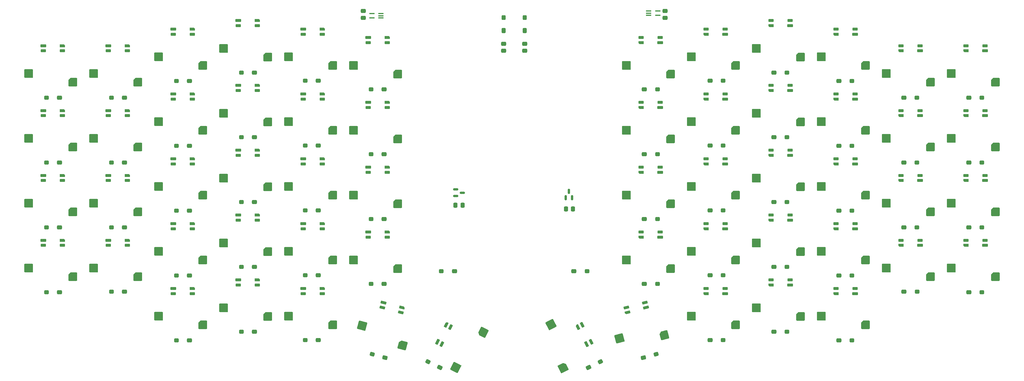
<source format=gtp>
%TF.GenerationSoftware,KiCad,Pcbnew,7.0.10*%
%TF.CreationDate,2024-03-01T16:33:51-05:00*%
%TF.ProjectId,Sofle_Pico_Panel,536f666c-655f-4506-9963-6f5f50616e65,v3.5.4*%
%TF.SameCoordinates,Original*%
%TF.FileFunction,Paste,Top*%
%TF.FilePolarity,Positive*%
%FSLAX46Y46*%
G04 Gerber Fmt 4.6, Leading zero omitted, Abs format (unit mm)*
G04 Created by KiCad (PCBNEW 7.0.10) date 2024-03-01 16:33:51*
%MOMM*%
%LPD*%
G01*
G04 APERTURE LIST*
G04 Aperture macros list*
%AMRoundRect*
0 Rectangle with rounded corners*
0 $1 Rounding radius*
0 $2 $3 $4 $5 $6 $7 $8 $9 X,Y pos of 4 corners*
0 Add a 4 corners polygon primitive as box body*
4,1,4,$2,$3,$4,$5,$6,$7,$8,$9,$2,$3,0*
0 Add four circle primitives for the rounded corners*
1,1,$1+$1,$2,$3*
1,1,$1+$1,$4,$5*
1,1,$1+$1,$6,$7*
1,1,$1+$1,$8,$9*
0 Add four rect primitives between the rounded corners*
20,1,$1+$1,$2,$3,$4,$5,0*
20,1,$1+$1,$4,$5,$6,$7,0*
20,1,$1+$1,$6,$7,$8,$9,0*
20,1,$1+$1,$8,$9,$2,$3,0*%
%AMFreePoly0*
4,1,18,-1.250000,1.010000,-1.230970,1.105671,-1.176777,1.186777,-1.095671,1.240970,-1.000000,1.260000,1.000000,1.260000,1.095671,1.240970,1.176777,1.186777,1.230970,1.105671,1.250000,1.010000,1.250000,-0.635000,0.625000,-1.260000,-1.000000,-1.260000,-1.095671,-1.240970,-1.176777,-1.186777,-1.230970,-1.105671,-1.250000,-1.010000,-1.250000,1.010000,-1.250000,1.010000,$1*%
%AMFreePoly1*
4,1,17,-1.275000,1.265000,1.022000,1.265000,1.118819,1.245742,1.200898,1.190898,1.255742,1.108819,1.275000,1.012000,1.275000,-1.012000,1.255742,-1.108819,1.200898,-1.190898,1.118819,-1.245742,1.022000,-1.265000,-1.022000,-1.265000,-1.118819,-1.245742,-1.200898,-1.190898,-1.255742,-1.108819,-1.275000,-1.012000,-1.275000,1.265000,-1.275000,1.265000,$1*%
%AMFreePoly2*
4,1,18,-0.800000,0.287000,-0.790637,0.334070,-0.763974,0.373974,-0.724070,0.400637,-0.677000,0.410000,0.677000,0.410000,0.724070,0.400637,0.763974,0.373974,0.790637,0.334070,0.800000,0.287000,0.800000,-0.287000,0.790637,-0.334070,0.763974,-0.373974,0.724070,-0.400637,0.677000,-0.410000,-0.472000,-0.410000,-0.800000,-0.082000,-0.800000,0.287000,-0.800000,0.287000,$1*%
%AMFreePoly3*
4,1,17,-1.275000,1.008000,-1.255818,1.104436,-1.201191,1.186191,-1.119436,1.240818,-1.023000,1.260000,1.023000,1.260000,1.119436,1.240818,1.201191,1.186191,1.255818,1.104436,1.275000,1.008000,1.275000,-1.260000,-1.023000,-1.260000,-1.119436,-1.240818,-1.201191,-1.186191,-1.255818,-1.104436,-1.275000,-1.008000,-1.275000,1.008000,-1.275000,1.008000,$1*%
%AMFreePoly4*
4,1,18,-1.275000,0.630000,-0.645000,1.260000,1.023000,1.260000,1.119436,1.240818,1.201191,1.186191,1.255818,1.104436,1.275000,1.008000,1.275000,-1.008000,1.255818,-1.104436,1.201191,-1.186191,1.119436,-1.240818,1.023000,-1.260000,-1.023000,-1.260000,-1.119436,-1.240818,-1.201191,-1.186191,-1.255818,-1.104436,-1.275000,-1.008000,-1.275000,0.630000,-1.275000,0.630000,$1*%
G04 Aperture macros list end*
%ADD10RoundRect,0.300000X-0.450000X-0.300000X0.450000X-0.300000X0.450000X0.300000X-0.450000X0.300000X0*%
%ADD11RoundRect,0.300000X-0.400000X-0.300000X0.400000X-0.300000X0.400000X0.300000X-0.400000X0.300000X0*%
%ADD12RoundRect,0.300000X-0.264756X-0.471598X0.537150X-0.063006X0.264756X0.471598X-0.537150X0.063006X0*%
%ADD13RoundRect,0.300000X-0.220205X-0.448898X0.492600X-0.085706X0.220205X0.448898X-0.492600X0.085706X0*%
%ADD14FreePoly0,180.000000*%
%ADD15FreePoly1,180.000000*%
%ADD16FreePoly0,117.000000*%
%ADD17FreePoly1,117.000000*%
%ADD18FreePoly0,195.000000*%
%ADD19FreePoly1,195.000000*%
%ADD20RoundRect,0.300000X-0.357021X-0.406246X0.512312X-0.173309X0.357021X0.406246X-0.512312X0.173309X0*%
%ADD21RoundRect,0.300000X-0.308725X-0.393305X0.464016X-0.186250X0.308725X0.393305X-0.464016X0.186250X0*%
%ADD22FreePoly2,180.000000*%
%ADD23RoundRect,0.123000X-0.677000X-0.287000X0.677000X-0.287000X0.677000X0.287000X-0.677000X0.287000X0*%
%ADD24RoundRect,0.123000X0.677000X0.287000X-0.677000X0.287000X-0.677000X-0.287000X0.677000X-0.287000X0*%
%ADD25RoundRect,0.123000X0.727000X0.287000X-0.727000X0.287000X-0.727000X-0.287000X0.727000X-0.287000X0*%
%ADD26FreePoly2,0.000000*%
%ADD27RoundRect,0.123000X-0.727000X-0.287000X0.727000X-0.287000X0.727000X0.287000X-0.727000X0.287000X0*%
%ADD28RoundRect,0.300000X0.450000X0.300000X-0.450000X0.300000X-0.450000X-0.300000X0.450000X-0.300000X0*%
%ADD29RoundRect,0.300000X0.400000X0.300000X-0.400000X0.300000X-0.400000X-0.300000X0.400000X-0.300000X0*%
%ADD30FreePoly2,15.000000*%
%ADD31RoundRect,0.123000X0.579651X0.452441X-0.728213X0.102000X-0.579651X-0.452441X0.728213X-0.102000X0*%
%ADD32RoundRect,0.123000X-0.579651X-0.452441X0.728213X-0.102000X0.579651X0.452441X-0.728213X0.102000X0*%
%ADD33RoundRect,0.123000X-0.627947X-0.465382X0.776509X-0.089059X0.627947X0.465382X-0.776509X0.089059X0*%
%ADD34FreePoly2,297.000000*%
%ADD35RoundRect,0.123000X0.563070X-0.472916X-0.051633X0.733507X-0.563070X0.472916X0.051633X-0.733507X0*%
%ADD36RoundRect,0.123000X-0.563070X0.472916X0.051633X-0.733507X0.563070X-0.472916X-0.051633X0.733507X0*%
%ADD37RoundRect,0.123000X-0.585770X0.517466X0.074332X-0.778057X0.585770X-0.517466X-0.074332X0.778057X0*%
%ADD38RoundRect,0.300000X0.300000X-0.450000X0.300000X0.450000X-0.300000X0.450000X-0.300000X-0.450000X0*%
%ADD39RoundRect,0.300000X0.300000X-0.400000X0.300000X0.400000X-0.300000X0.400000X-0.300000X-0.400000X0*%
%ADD40RoundRect,0.250000X-0.475000X0.337500X-0.475000X-0.337500X0.475000X-0.337500X0.475000X0.337500X0*%
%ADD41R,1.500000X0.400000*%
%ADD42FreePoly2,165.000000*%
%ADD43RoundRect,0.123000X-0.728213X-0.102000X0.579651X-0.452441X0.728213X0.102000X-0.579651X0.452441X0*%
%ADD44RoundRect,0.123000X0.728213X0.102000X-0.579651X0.452441X-0.728213X-0.102000X0.579651X-0.452441X0*%
%ADD45RoundRect,0.123000X0.776509X0.089059X-0.627947X0.465382X-0.776509X-0.089059X0.627947X-0.465382X0*%
%ADD46FreePoly2,243.000000*%
%ADD47RoundRect,0.123000X-0.051633X-0.733507X0.563070X0.472916X0.051633X0.733507X-0.563070X-0.472916X0*%
%ADD48RoundRect,0.123000X0.051633X0.733507X-0.563070X-0.472916X-0.051633X-0.733507X0.563070X0.472916X0*%
%ADD49RoundRect,0.123000X0.074332X0.778057X-0.585770X-0.517466X-0.074332X-0.778057X0.585770X0.517466X0*%
%ADD50RoundRect,0.250000X0.337500X0.475000X-0.337500X0.475000X-0.337500X-0.475000X0.337500X-0.475000X0*%
%ADD51RoundRect,0.250000X0.475000X-0.337500X0.475000X0.337500X-0.475000X0.337500X-0.475000X-0.337500X0*%
%ADD52RoundRect,0.300000X0.537150X0.063006X-0.264756X0.471598X-0.537150X-0.063006X0.264756X-0.471598X0*%
%ADD53RoundRect,0.300000X0.492600X0.085706X-0.220205X0.448898X-0.492600X-0.085706X0.220205X-0.448898X0*%
%ADD54RoundRect,0.150000X0.150000X-0.587500X0.150000X0.587500X-0.150000X0.587500X-0.150000X-0.587500X0*%
%ADD55RoundRect,0.150000X-0.587500X-0.150000X0.587500X-0.150000X0.587500X0.150000X-0.587500X0.150000X0*%
%ADD56RoundRect,0.300000X0.512312X0.173309X-0.357021X0.406246X-0.512312X-0.173309X0.357021X-0.406246X0*%
%ADD57RoundRect,0.300000X0.464016X0.186250X-0.308725X0.393305X-0.464016X-0.186250X0.308725X-0.393305X0*%
%ADD58RoundRect,0.250000X-0.337500X-0.475000X0.337500X-0.475000X0.337500X0.475000X-0.337500X0.475000X0*%
%ADD59FreePoly3,-0.000000*%
%ADD60FreePoly4,-0.000000*%
%ADD61FreePoly3,63.000000*%
%ADD62FreePoly4,63.000000*%
%ADD63FreePoly3,345.000000*%
%ADD64FreePoly4,345.000000*%
G04 APERTURE END LIST*
D10*
X157647500Y-73538135D03*
D11*
X161497500Y-73538135D03*
D10*
X176920000Y-70996885D03*
D11*
X180770000Y-70996885D03*
D10*
X195625500Y-68620135D03*
D11*
X199475500Y-68620135D03*
D10*
X214675500Y-71085135D03*
D11*
X218525500Y-71085135D03*
D10*
X233725500Y-75985135D03*
D11*
X237575500Y-75985135D03*
D10*
X252775500Y-75985135D03*
D11*
X256625500Y-75985135D03*
D10*
X157647500Y-111638135D03*
D11*
X161497500Y-111638135D03*
D10*
X157647500Y-130688135D03*
D11*
X161497500Y-130688135D03*
D10*
X136997500Y-127015135D03*
D11*
X140847500Y-127015135D03*
D12*
X141310037Y-155310416D03*
D13*
X144740412Y-153562553D03*
D14*
X165339500Y-69045135D03*
D15*
X152412500Y-66530135D03*
D14*
X203439500Y-64045135D03*
D15*
X190512500Y-61530135D03*
D14*
X165339500Y-107145135D03*
D15*
X152412500Y-104630135D03*
D14*
X184389500Y-104645135D03*
D15*
X171462500Y-102130135D03*
D14*
X203439500Y-121195135D03*
D15*
X190512500Y-118680135D03*
D14*
X241539500Y-128595135D03*
D15*
X228612500Y-126080135D03*
D16*
X133878055Y-155322936D03*
D17*
X130250202Y-142663109D03*
D18*
X163502651Y-145760358D03*
D19*
X150365198Y-146676808D03*
D14*
X260589500Y-90495135D03*
D15*
X247662500Y-87980135D03*
D14*
X260589500Y-109545135D03*
D15*
X247662500Y-107030135D03*
D14*
X260589500Y-128595135D03*
D15*
X247662500Y-126080135D03*
D14*
X222489500Y-66545135D03*
D15*
X209562500Y-64030135D03*
D10*
X157647500Y-92638135D03*
D11*
X161497500Y-92638135D03*
D10*
X176920000Y-90046885D03*
D11*
X180770000Y-90046885D03*
D10*
X195625500Y-87635135D03*
D11*
X199475500Y-87635135D03*
D10*
X214675500Y-90135135D03*
D11*
X218525500Y-90135135D03*
D10*
X233725500Y-95035135D03*
D11*
X237575500Y-95035135D03*
D10*
X252775500Y-95035135D03*
D11*
X256625500Y-95035135D03*
D14*
X241539500Y-71445135D03*
D15*
X228612500Y-68930135D03*
D14*
X184389500Y-85595135D03*
D15*
X171462500Y-83080135D03*
D14*
X222489500Y-85595135D03*
D15*
X209562500Y-83080135D03*
D14*
X203439500Y-83095135D03*
D15*
X190512500Y-80580135D03*
D14*
X222489500Y-104645135D03*
D15*
X209562500Y-102130135D03*
D14*
X260589500Y-71445135D03*
D15*
X247662500Y-68930135D03*
D14*
X222489500Y-142745135D03*
D15*
X209562500Y-140230135D03*
D14*
X241539500Y-90495135D03*
D15*
X228612500Y-87980135D03*
D14*
X222489500Y-123695135D03*
D15*
X209562500Y-121180135D03*
D14*
X241539500Y-109545135D03*
D15*
X228612500Y-107030135D03*
D14*
X203439500Y-140245135D03*
D15*
X190512500Y-137730135D03*
D14*
X203439500Y-102145135D03*
D15*
X190512500Y-99630135D03*
D14*
X184389500Y-66545135D03*
D15*
X171462500Y-64030135D03*
D20*
X157366445Y-152379697D03*
D21*
X161085259Y-151383244D03*
D14*
X184389500Y-123695135D03*
D15*
X171462500Y-121180135D03*
D10*
X195625500Y-106685135D03*
D11*
X199475500Y-106685135D03*
D10*
X233725500Y-114085135D03*
D11*
X237575500Y-114085135D03*
D10*
X252775500Y-114085135D03*
D11*
X256625500Y-114085135D03*
D10*
X176920000Y-147196885D03*
D11*
X180770000Y-147196885D03*
D10*
X195625500Y-144785135D03*
D11*
X199475500Y-144785135D03*
D10*
X252775500Y-133135135D03*
D11*
X256625500Y-133135135D03*
D10*
X176920000Y-128146885D03*
D11*
X180770000Y-128146885D03*
D10*
X195625500Y-125735135D03*
D11*
X199475500Y-125735135D03*
D10*
X214675500Y-128235135D03*
D11*
X218525500Y-128235135D03*
D10*
X233758000Y-133020135D03*
D11*
X237608000Y-133020135D03*
D10*
X176920000Y-109096885D03*
D11*
X180770000Y-109096885D03*
D10*
X214675500Y-147285135D03*
D11*
X218525500Y-147285135D03*
D14*
X184389500Y-142745135D03*
D15*
X171462500Y-140230135D03*
D22*
X-12932506Y-117905135D03*
D23*
X-12932506Y-119405135D03*
D24*
X-18532506Y-119405135D03*
D25*
X-18532506Y-117905135D03*
D26*
X175732506Y-57355135D03*
D24*
X175732506Y-55855135D03*
D23*
X181332506Y-55855135D03*
D27*
X181332506Y-57355135D03*
D28*
X-13775500Y-95035135D03*
D29*
X-17625500Y-95035135D03*
D30*
X152762090Y-139124095D03*
D31*
X152373861Y-137675206D03*
D32*
X157783046Y-136225819D03*
D33*
X158171275Y-137674708D03*
D26*
X232882506Y-100355135D03*
D24*
X232882506Y-98855135D03*
D23*
X238482506Y-98855135D03*
D27*
X238482506Y-100355135D03*
D34*
X138136213Y-143437326D03*
D35*
X139472722Y-142756340D03*
D36*
X142015069Y-147745976D03*
D37*
X140678560Y-148426962D03*
D38*
X116415000Y-56300135D03*
D39*
X116415000Y-52450135D03*
D14*
X165339500Y-126195135D03*
D15*
X152412500Y-123680135D03*
D22*
X44217494Y-72405135D03*
D23*
X44217494Y-73905135D03*
D24*
X38617494Y-73905135D03*
D25*
X38617494Y-72405135D03*
D22*
X44217494Y-53355135D03*
D23*
X44217494Y-54855135D03*
D24*
X38617494Y-54855135D03*
D25*
X38617494Y-53355135D03*
D22*
X-12932506Y-60755135D03*
D23*
X-12932506Y-62255135D03*
D24*
X-18532506Y-62255135D03*
D25*
X-18532506Y-60755135D03*
D28*
X24324500Y-109185135D03*
D29*
X20474500Y-109185135D03*
D26*
X232882506Y-81305135D03*
D24*
X232882506Y-79805135D03*
D23*
X238482506Y-79805135D03*
D27*
X238482506Y-81305135D03*
D40*
X116427500Y-60175135D03*
X116427500Y-62250135D03*
D28*
X43374500Y-125735135D03*
D29*
X39524500Y-125735135D03*
D26*
X232882506Y-62255135D03*
D24*
X232882506Y-60755135D03*
D23*
X238482506Y-60755135D03*
D27*
X238482506Y-62255135D03*
D26*
X232882506Y-119405135D03*
D24*
X232882506Y-117905135D03*
D23*
X238482506Y-117905135D03*
D27*
X238482506Y-119405135D03*
D22*
X25167494Y-132055135D03*
D23*
X25167494Y-133555135D03*
D24*
X19567494Y-133555135D03*
D25*
X19567494Y-132055135D03*
D38*
X122585000Y-56300135D03*
D39*
X122585000Y-52450135D03*
D28*
X62080001Y-70996885D03*
D29*
X58230001Y-70996885D03*
D26*
X175732506Y-76405135D03*
D24*
X175732506Y-74905135D03*
D23*
X181332506Y-74905135D03*
D27*
X181332506Y-76405135D03*
D28*
X43374500Y-106685135D03*
D29*
X39524500Y-106685135D03*
D26*
X213832506Y-114505135D03*
D24*
X213832506Y-113005135D03*
D23*
X219432506Y-113005135D03*
D27*
X219432506Y-114505135D03*
D41*
X80455000Y-52598135D03*
X80455000Y-51948135D03*
X80455000Y-51298135D03*
X77795000Y-51298135D03*
X77795000Y-52598135D03*
D22*
X25167494Y-93955135D03*
D23*
X25167494Y-95455135D03*
D24*
X19567494Y-95455135D03*
D25*
X19567494Y-93955135D03*
D26*
X194782506Y-112005135D03*
D24*
X194782506Y-110505135D03*
D23*
X200382506Y-110505135D03*
D27*
X200382506Y-112005135D03*
D22*
X-12932506Y-98855135D03*
D23*
X-12932506Y-100355135D03*
D24*
X-18532506Y-100355135D03*
D25*
X-18532506Y-98855135D03*
D40*
X122572500Y-60175135D03*
X122572500Y-62250135D03*
D22*
X25167494Y-74905135D03*
D23*
X25167494Y-76405135D03*
D24*
X19567494Y-76405135D03*
D25*
X19567494Y-74905135D03*
D28*
X62080000Y-109096885D03*
D29*
X58230000Y-109096885D03*
D26*
X251932506Y-100355135D03*
D24*
X251932506Y-98855135D03*
D23*
X257532506Y-98855135D03*
D27*
X257532506Y-100355135D03*
D10*
X214675500Y-109185135D03*
D11*
X218525500Y-109185135D03*
D22*
X25167494Y-113005135D03*
D23*
X25167494Y-114505135D03*
D24*
X19567494Y-114505135D03*
D25*
X19567494Y-113005135D03*
D28*
X-13775500Y-114085135D03*
D29*
X-17625500Y-114085135D03*
D22*
X63267494Y-132055135D03*
D23*
X63267494Y-133555135D03*
D24*
X57667494Y-133555135D03*
D25*
X57667494Y-132055135D03*
D26*
X156682506Y-97955135D03*
D24*
X156682506Y-96455135D03*
D23*
X162282506Y-96455135D03*
D27*
X162282506Y-97955135D03*
D22*
X82317494Y-96455134D03*
D23*
X82317494Y-97955134D03*
D24*
X76717494Y-97955134D03*
D25*
X76717494Y-96455134D03*
D22*
X6117494Y-98855135D03*
D23*
X6117494Y-100355135D03*
D24*
X517494Y-100355135D03*
D25*
X517494Y-98855135D03*
D26*
X213832506Y-76405135D03*
D24*
X213832506Y-74905135D03*
D23*
X219432506Y-74905135D03*
D27*
X219432506Y-76405135D03*
D22*
X6117494Y-117905135D03*
D23*
X6117494Y-119405135D03*
D24*
X517494Y-119405135D03*
D25*
X517494Y-117905135D03*
D28*
X43374500Y-144785135D03*
D29*
X39524500Y-144785135D03*
D28*
X62080000Y-147196885D03*
D29*
X58230000Y-147196885D03*
D26*
X175732506Y-114505135D03*
D24*
X175732506Y-113005135D03*
D23*
X181332506Y-113005135D03*
D27*
X181332506Y-114505135D03*
D26*
X251932506Y-62255135D03*
D24*
X251932506Y-60755135D03*
D23*
X257532506Y-60755135D03*
D27*
X257532506Y-62255135D03*
D42*
X86626139Y-137675206D03*
D43*
X86237910Y-139124095D03*
D44*
X80828725Y-137674708D03*
D45*
X81216954Y-136225819D03*
D22*
X44217494Y-91455135D03*
D23*
X44217494Y-92955135D03*
D24*
X38617494Y-92955135D03*
D25*
X38617494Y-91455135D03*
D28*
X5274500Y-95035135D03*
D29*
X1424500Y-95035135D03*
D28*
X43374500Y-68620135D03*
D29*
X39524500Y-68620135D03*
D46*
X99527278Y-142756340D03*
D47*
X100863787Y-143437326D03*
D48*
X98321440Y-148426962D03*
D49*
X96984931Y-147745976D03*
D28*
X24324500Y-71085135D03*
D29*
X20474500Y-71085135D03*
D26*
X156682506Y-59855135D03*
D24*
X156682506Y-58355135D03*
D23*
X162282506Y-58355135D03*
D27*
X162282506Y-59855135D03*
D22*
X63267494Y-74905135D03*
D23*
X63267494Y-76405135D03*
D24*
X57667494Y-76405135D03*
D25*
X57667494Y-74905135D03*
D26*
X194782506Y-54855135D03*
D24*
X194782506Y-53355135D03*
D23*
X200382506Y-53355135D03*
D27*
X200382506Y-54855135D03*
D41*
X158945000Y-50550000D03*
X158945000Y-51200000D03*
X158945000Y-51850000D03*
X161605000Y-51850000D03*
X161605000Y-50550000D03*
D22*
X82317494Y-58355135D03*
D23*
X82317494Y-59855135D03*
D24*
X76717494Y-59855135D03*
D25*
X76717494Y-58355135D03*
D26*
X194782506Y-131055135D03*
D24*
X194782506Y-129555135D03*
D23*
X200382506Y-129555135D03*
D27*
X200382506Y-131055135D03*
D28*
X81352500Y-92638135D03*
D29*
X77502500Y-92638135D03*
D50*
X136737500Y-108675000D03*
X134662500Y-108675000D03*
D28*
X-13775500Y-133135135D03*
D29*
X-17625500Y-133135135D03*
D26*
X194782506Y-73905135D03*
D24*
X194782506Y-72405135D03*
D23*
X200382506Y-72405135D03*
D27*
X200382506Y-73905135D03*
D28*
X24324500Y-128235135D03*
D29*
X20474500Y-128235135D03*
D28*
X81352500Y-73538135D03*
D29*
X77502500Y-73538135D03*
D51*
X75251500Y-52600134D03*
X75251500Y-50525134D03*
D22*
X63267494Y-113005136D03*
D23*
X63267494Y-114505136D03*
D24*
X57667494Y-114505136D03*
D25*
X57667494Y-113005136D03*
D40*
X163747500Y-50525135D03*
X163747500Y-52600135D03*
D14*
X165339500Y-88095135D03*
D15*
X152412500Y-85580135D03*
D22*
X25167495Y-55855135D03*
D23*
X25167495Y-57355135D03*
D24*
X19567495Y-57355135D03*
D25*
X19567495Y-55855135D03*
D26*
X175732506Y-133555135D03*
D24*
X175732506Y-132055135D03*
D23*
X181332506Y-132055135D03*
D27*
X181332506Y-133555135D03*
D28*
X62080000Y-128146885D03*
D29*
X58230000Y-128146885D03*
D22*
X44217494Y-129555135D03*
D23*
X44217494Y-131055135D03*
D24*
X38617494Y-131055135D03*
D25*
X38617494Y-129555135D03*
D28*
X24324501Y-147285135D03*
D29*
X20474501Y-147285135D03*
D26*
X156682506Y-78905135D03*
D24*
X156682506Y-77405135D03*
D23*
X162282506Y-77405135D03*
D27*
X162282506Y-78905135D03*
D26*
X213832506Y-57355135D03*
D24*
X213832506Y-55855135D03*
D23*
X219432506Y-55855135D03*
D27*
X219432506Y-57355135D03*
D26*
X156682506Y-117005135D03*
D24*
X156682506Y-115505135D03*
D23*
X162282506Y-115505135D03*
D27*
X162282506Y-117005135D03*
D28*
X43374500Y-87635135D03*
D29*
X39524500Y-87635135D03*
D22*
X82317495Y-115505135D03*
D23*
X82317495Y-117005135D03*
D24*
X76717495Y-117005135D03*
D25*
X76717495Y-115505135D03*
D26*
X213832506Y-95455135D03*
D24*
X213832506Y-93955135D03*
D23*
X219432506Y-93955135D03*
D27*
X219432506Y-95455135D03*
D28*
X5274500Y-114085135D03*
D29*
X1424500Y-114085135D03*
D26*
X175732506Y-95455135D03*
D24*
X175732506Y-93955135D03*
D23*
X181332506Y-93955135D03*
D27*
X181332506Y-95455135D03*
D22*
X-12932506Y-79805135D03*
D23*
X-12932506Y-81305135D03*
D24*
X-18532506Y-81305135D03*
D25*
X-18532506Y-79805135D03*
D26*
X194782506Y-92955135D03*
D24*
X194782506Y-91455135D03*
D23*
X200382506Y-91455135D03*
D27*
X200382506Y-92955135D03*
D22*
X63267494Y-93955134D03*
D23*
X63267494Y-95455134D03*
D24*
X57667494Y-95455134D03*
D25*
X57667494Y-93955134D03*
D52*
X97689963Y-155310416D03*
D53*
X94259588Y-153562553D03*
D26*
X251932506Y-81305135D03*
D24*
X251932506Y-79805135D03*
D23*
X257532506Y-79805135D03*
D27*
X257532506Y-81305135D03*
D28*
X5242000Y-133020135D03*
D29*
X1392000Y-133020135D03*
D22*
X44217494Y-110505135D03*
D23*
X44217494Y-112005135D03*
D24*
X38617494Y-112005135D03*
D25*
X38617494Y-110505135D03*
D28*
X62080000Y-90046885D03*
D29*
X58230000Y-90046885D03*
D22*
X63267494Y-55855135D03*
D23*
X63267494Y-57355135D03*
D24*
X57667494Y-57355135D03*
D25*
X57667494Y-55855135D03*
D28*
X5274500Y-75985135D03*
D29*
X1424500Y-75985135D03*
D54*
X134600000Y-105437500D03*
X136500000Y-105437500D03*
X135550000Y-103562500D03*
D28*
X81352501Y-111638135D03*
D29*
X77502501Y-111638135D03*
D28*
X102002501Y-127015135D03*
D29*
X98152501Y-127015135D03*
D28*
X24324500Y-90135135D03*
D29*
X20474500Y-90135135D03*
D28*
X-13775500Y-75985135D03*
D29*
X-17625500Y-75985135D03*
D55*
X102387500Y-102975000D03*
X102387500Y-104875000D03*
X104262500Y-103925000D03*
D22*
X6117494Y-79805135D03*
D23*
X6117494Y-81305135D03*
D24*
X517494Y-81305135D03*
D25*
X517494Y-79805135D03*
D26*
X251932506Y-119405135D03*
D24*
X251932506Y-117905135D03*
D23*
X257532506Y-117905135D03*
D27*
X257532506Y-119405135D03*
D56*
X81630853Y-152382556D03*
D57*
X77912039Y-151386103D03*
D26*
X213832506Y-133555135D03*
D24*
X213832506Y-132055135D03*
D23*
X219432506Y-132055135D03*
D27*
X219432506Y-133555135D03*
D22*
X6117494Y-60755135D03*
D23*
X6117494Y-62255135D03*
D24*
X517494Y-62255135D03*
D25*
X517494Y-60755135D03*
D58*
X102262500Y-107575000D03*
X104337500Y-107575000D03*
D28*
X81352500Y-130688135D03*
D29*
X77502500Y-130688135D03*
D22*
X82317494Y-77405135D03*
D23*
X82317494Y-78905135D03*
D24*
X76717494Y-78905135D03*
D25*
X76717494Y-77405135D03*
D59*
X72417500Y-104625135D03*
D60*
X85344500Y-107145135D03*
D59*
X72417500Y-66525135D03*
D60*
X85344500Y-69045135D03*
D59*
X-22832501Y-87975135D03*
D60*
X-9905501Y-90495135D03*
D59*
X-3782500Y-68925135D03*
D60*
X9144500Y-71445135D03*
D59*
X15267500Y-121175135D03*
D60*
X28194500Y-123695135D03*
D59*
X-3782499Y-87975135D03*
D60*
X9144501Y-90495135D03*
D59*
X34317500Y-80575135D03*
D60*
X47244500Y-83095135D03*
D59*
X72417500Y-85575135D03*
D60*
X85344500Y-88095135D03*
D59*
X-22832500Y-68925135D03*
D60*
X-9905500Y-71445135D03*
D59*
X-3782500Y-107025135D03*
D60*
X9144500Y-109545135D03*
D59*
X34317500Y-118675135D03*
D60*
X47244500Y-121195135D03*
D59*
X53367500Y-83075135D03*
D60*
X66294500Y-85595135D03*
D59*
X15267500Y-102125135D03*
D60*
X28194500Y-104645135D03*
D61*
X102312298Y-155286401D03*
D62*
X110426370Y-144912416D03*
D59*
X-22832500Y-126075135D03*
D60*
X-9905500Y-128595135D03*
D59*
X15267500Y-83075135D03*
D60*
X28194500Y-85595135D03*
D59*
X34317500Y-99625135D03*
D60*
X47244500Y-102145135D03*
D59*
X34317500Y-137725134D03*
D60*
X47244500Y-140245134D03*
D59*
X53367500Y-64025136D03*
D60*
X66294500Y-66545136D03*
D59*
X15267500Y-140225135D03*
D60*
X28194500Y-142745135D03*
D59*
X15267500Y-64025135D03*
D60*
X28194500Y-66545135D03*
D59*
X53367500Y-140225135D03*
D60*
X66294500Y-142745135D03*
D59*
X53367500Y-121175135D03*
D60*
X66294500Y-123695135D03*
D59*
X72417500Y-123675135D03*
D60*
X85344500Y-126195135D03*
D59*
X-22832500Y-107025135D03*
D60*
X-9905500Y-109545135D03*
D59*
X34317500Y-61525136D03*
D60*
X47244500Y-64045136D03*
D59*
X-3782500Y-126075135D03*
D60*
X9144500Y-128595135D03*
D59*
X53367500Y-102125135D03*
D60*
X66294500Y-104645135D03*
D63*
X74948927Y-143004513D03*
D64*
X86783226Y-148784400D03*
M02*

</source>
